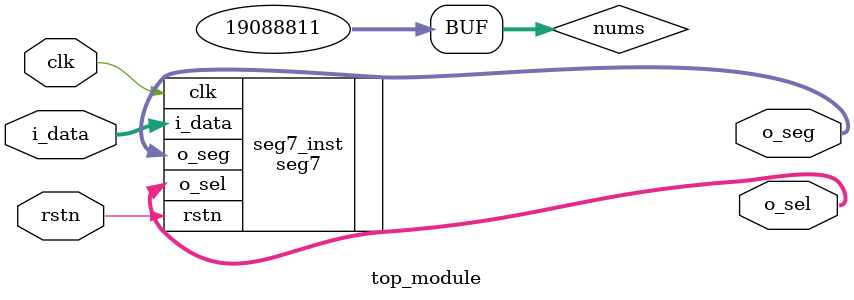
<source format=v>

module top_module (
    input clk,
    input rstn,
    input [31:0] i_data,
    output [7:0] o_seg,
    output [7:0] o_sel
);
wire [31:0] nums = 32'h012345AB;
    seg7 seg7_inst (
        .clk(clk),
        .rstn(rstn),
        .i_data(i_data),
        .o_seg(o_seg),
        .o_sel(o_sel)
    );

endmodule
</source>
